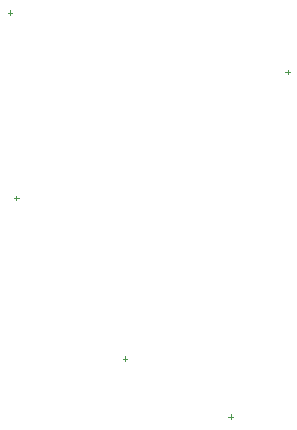
<source format=gm1>
G04*
G04 #@! TF.GenerationSoftware,Altium Limited,Altium Designer,20.2.7 (254)*
G04*
G04 Layer_Color=16711935*
%FSLAX25Y25*%
%MOIN*%
G70*
G04*
G04 #@! TF.SameCoordinates,2A94134D-DB51-4003-A73D-B3C5D03A2459*
G04*
G04*
G04 #@! TF.FilePolarity,Positive*
G04*
G01*
G75*
%ADD15C,0.00394*%
D15*
X447700Y302732D02*
X449274D01*
X448487Y301945D02*
Y303520D01*
X483949Y249213D02*
X485524D01*
X484736Y248425D02*
Y250000D01*
X519899Y229040D02*
Y230614D01*
X519111Y229827D02*
X520686D01*
X445618Y364488D02*
X447193D01*
X446406Y363701D02*
Y365276D01*
X538909Y344016D02*
Y345590D01*
X538122Y344803D02*
X539697Y344803D01*
M02*

</source>
